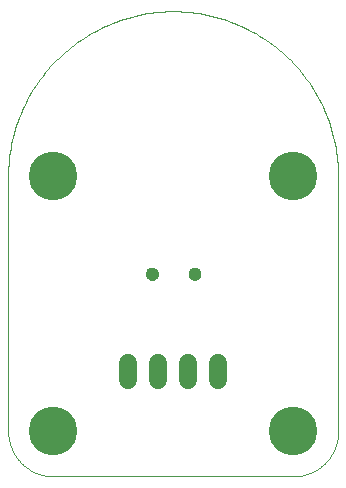
<source format=gbs>
G75*
%MOIN*%
%OFA0B0*%
%FSLAX25Y25*%
%IPPOS*%
%LPD*%
%AMOC8*
5,1,8,0,0,1.08239X$1,22.5*
%
%ADD10C,0.00000*%
%ADD11C,0.04337*%
%ADD12C,0.05943*%
%ADD13C,0.16211*%
D10*
X0019300Y0019006D02*
X0099300Y0019006D01*
X0099662Y0019010D01*
X0100025Y0019024D01*
X0100387Y0019045D01*
X0100748Y0019076D01*
X0101108Y0019115D01*
X0101467Y0019163D01*
X0101825Y0019220D01*
X0102182Y0019285D01*
X0102537Y0019359D01*
X0102890Y0019442D01*
X0103241Y0019533D01*
X0103589Y0019632D01*
X0103935Y0019740D01*
X0104279Y0019856D01*
X0104619Y0019981D01*
X0104956Y0020113D01*
X0105290Y0020254D01*
X0105621Y0020403D01*
X0105948Y0020560D01*
X0106271Y0020724D01*
X0106590Y0020896D01*
X0106904Y0021076D01*
X0107215Y0021264D01*
X0107520Y0021459D01*
X0107821Y0021661D01*
X0108117Y0021871D01*
X0108407Y0022087D01*
X0108693Y0022311D01*
X0108973Y0022541D01*
X0109247Y0022778D01*
X0109515Y0023022D01*
X0109778Y0023272D01*
X0110034Y0023528D01*
X0110284Y0023791D01*
X0110528Y0024059D01*
X0110765Y0024333D01*
X0110995Y0024613D01*
X0111219Y0024899D01*
X0111435Y0025189D01*
X0111645Y0025485D01*
X0111847Y0025786D01*
X0112042Y0026091D01*
X0112230Y0026402D01*
X0112410Y0026716D01*
X0112582Y0027035D01*
X0112746Y0027358D01*
X0112903Y0027685D01*
X0113052Y0028016D01*
X0113193Y0028350D01*
X0113325Y0028687D01*
X0113450Y0029027D01*
X0113566Y0029371D01*
X0113674Y0029717D01*
X0113773Y0030065D01*
X0113864Y0030416D01*
X0113947Y0030769D01*
X0114021Y0031124D01*
X0114086Y0031481D01*
X0114143Y0031839D01*
X0114191Y0032198D01*
X0114230Y0032558D01*
X0114261Y0032919D01*
X0114282Y0033281D01*
X0114296Y0033644D01*
X0114300Y0034006D01*
X0114300Y0119006D01*
X0064418Y0086506D02*
X0064420Y0086594D01*
X0064426Y0086682D01*
X0064436Y0086770D01*
X0064450Y0086858D01*
X0064467Y0086944D01*
X0064489Y0087030D01*
X0064514Y0087114D01*
X0064544Y0087198D01*
X0064576Y0087280D01*
X0064613Y0087360D01*
X0064653Y0087439D01*
X0064697Y0087516D01*
X0064744Y0087591D01*
X0064794Y0087663D01*
X0064848Y0087734D01*
X0064904Y0087801D01*
X0064964Y0087867D01*
X0065026Y0087929D01*
X0065092Y0087989D01*
X0065159Y0088045D01*
X0065230Y0088099D01*
X0065302Y0088149D01*
X0065377Y0088196D01*
X0065454Y0088240D01*
X0065533Y0088280D01*
X0065613Y0088317D01*
X0065695Y0088349D01*
X0065779Y0088379D01*
X0065863Y0088404D01*
X0065949Y0088426D01*
X0066035Y0088443D01*
X0066123Y0088457D01*
X0066211Y0088467D01*
X0066299Y0088473D01*
X0066387Y0088475D01*
X0066475Y0088473D01*
X0066563Y0088467D01*
X0066651Y0088457D01*
X0066739Y0088443D01*
X0066825Y0088426D01*
X0066911Y0088404D01*
X0066995Y0088379D01*
X0067079Y0088349D01*
X0067161Y0088317D01*
X0067241Y0088280D01*
X0067320Y0088240D01*
X0067397Y0088196D01*
X0067472Y0088149D01*
X0067544Y0088099D01*
X0067615Y0088045D01*
X0067682Y0087989D01*
X0067748Y0087929D01*
X0067810Y0087867D01*
X0067870Y0087801D01*
X0067926Y0087734D01*
X0067980Y0087663D01*
X0068030Y0087591D01*
X0068077Y0087516D01*
X0068121Y0087439D01*
X0068161Y0087360D01*
X0068198Y0087280D01*
X0068230Y0087198D01*
X0068260Y0087114D01*
X0068285Y0087030D01*
X0068307Y0086944D01*
X0068324Y0086858D01*
X0068338Y0086770D01*
X0068348Y0086682D01*
X0068354Y0086594D01*
X0068356Y0086506D01*
X0068354Y0086418D01*
X0068348Y0086330D01*
X0068338Y0086242D01*
X0068324Y0086154D01*
X0068307Y0086068D01*
X0068285Y0085982D01*
X0068260Y0085898D01*
X0068230Y0085814D01*
X0068198Y0085732D01*
X0068161Y0085652D01*
X0068121Y0085573D01*
X0068077Y0085496D01*
X0068030Y0085421D01*
X0067980Y0085349D01*
X0067926Y0085278D01*
X0067870Y0085211D01*
X0067810Y0085145D01*
X0067748Y0085083D01*
X0067682Y0085023D01*
X0067615Y0084967D01*
X0067544Y0084913D01*
X0067472Y0084863D01*
X0067397Y0084816D01*
X0067320Y0084772D01*
X0067241Y0084732D01*
X0067161Y0084695D01*
X0067079Y0084663D01*
X0066995Y0084633D01*
X0066911Y0084608D01*
X0066825Y0084586D01*
X0066739Y0084569D01*
X0066651Y0084555D01*
X0066563Y0084545D01*
X0066475Y0084539D01*
X0066387Y0084537D01*
X0066299Y0084539D01*
X0066211Y0084545D01*
X0066123Y0084555D01*
X0066035Y0084569D01*
X0065949Y0084586D01*
X0065863Y0084608D01*
X0065779Y0084633D01*
X0065695Y0084663D01*
X0065613Y0084695D01*
X0065533Y0084732D01*
X0065454Y0084772D01*
X0065377Y0084816D01*
X0065302Y0084863D01*
X0065230Y0084913D01*
X0065159Y0084967D01*
X0065092Y0085023D01*
X0065026Y0085083D01*
X0064964Y0085145D01*
X0064904Y0085211D01*
X0064848Y0085278D01*
X0064794Y0085349D01*
X0064744Y0085421D01*
X0064697Y0085496D01*
X0064653Y0085573D01*
X0064613Y0085652D01*
X0064576Y0085732D01*
X0064544Y0085814D01*
X0064514Y0085898D01*
X0064489Y0085982D01*
X0064467Y0086068D01*
X0064450Y0086154D01*
X0064436Y0086242D01*
X0064426Y0086330D01*
X0064420Y0086418D01*
X0064418Y0086506D01*
X0050244Y0086506D02*
X0050246Y0086594D01*
X0050252Y0086682D01*
X0050262Y0086770D01*
X0050276Y0086858D01*
X0050293Y0086944D01*
X0050315Y0087030D01*
X0050340Y0087114D01*
X0050370Y0087198D01*
X0050402Y0087280D01*
X0050439Y0087360D01*
X0050479Y0087439D01*
X0050523Y0087516D01*
X0050570Y0087591D01*
X0050620Y0087663D01*
X0050674Y0087734D01*
X0050730Y0087801D01*
X0050790Y0087867D01*
X0050852Y0087929D01*
X0050918Y0087989D01*
X0050985Y0088045D01*
X0051056Y0088099D01*
X0051128Y0088149D01*
X0051203Y0088196D01*
X0051280Y0088240D01*
X0051359Y0088280D01*
X0051439Y0088317D01*
X0051521Y0088349D01*
X0051605Y0088379D01*
X0051689Y0088404D01*
X0051775Y0088426D01*
X0051861Y0088443D01*
X0051949Y0088457D01*
X0052037Y0088467D01*
X0052125Y0088473D01*
X0052213Y0088475D01*
X0052301Y0088473D01*
X0052389Y0088467D01*
X0052477Y0088457D01*
X0052565Y0088443D01*
X0052651Y0088426D01*
X0052737Y0088404D01*
X0052821Y0088379D01*
X0052905Y0088349D01*
X0052987Y0088317D01*
X0053067Y0088280D01*
X0053146Y0088240D01*
X0053223Y0088196D01*
X0053298Y0088149D01*
X0053370Y0088099D01*
X0053441Y0088045D01*
X0053508Y0087989D01*
X0053574Y0087929D01*
X0053636Y0087867D01*
X0053696Y0087801D01*
X0053752Y0087734D01*
X0053806Y0087663D01*
X0053856Y0087591D01*
X0053903Y0087516D01*
X0053947Y0087439D01*
X0053987Y0087360D01*
X0054024Y0087280D01*
X0054056Y0087198D01*
X0054086Y0087114D01*
X0054111Y0087030D01*
X0054133Y0086944D01*
X0054150Y0086858D01*
X0054164Y0086770D01*
X0054174Y0086682D01*
X0054180Y0086594D01*
X0054182Y0086506D01*
X0054180Y0086418D01*
X0054174Y0086330D01*
X0054164Y0086242D01*
X0054150Y0086154D01*
X0054133Y0086068D01*
X0054111Y0085982D01*
X0054086Y0085898D01*
X0054056Y0085814D01*
X0054024Y0085732D01*
X0053987Y0085652D01*
X0053947Y0085573D01*
X0053903Y0085496D01*
X0053856Y0085421D01*
X0053806Y0085349D01*
X0053752Y0085278D01*
X0053696Y0085211D01*
X0053636Y0085145D01*
X0053574Y0085083D01*
X0053508Y0085023D01*
X0053441Y0084967D01*
X0053370Y0084913D01*
X0053298Y0084863D01*
X0053223Y0084816D01*
X0053146Y0084772D01*
X0053067Y0084732D01*
X0052987Y0084695D01*
X0052905Y0084663D01*
X0052821Y0084633D01*
X0052737Y0084608D01*
X0052651Y0084586D01*
X0052565Y0084569D01*
X0052477Y0084555D01*
X0052389Y0084545D01*
X0052301Y0084539D01*
X0052213Y0084537D01*
X0052125Y0084539D01*
X0052037Y0084545D01*
X0051949Y0084555D01*
X0051861Y0084569D01*
X0051775Y0084586D01*
X0051689Y0084608D01*
X0051605Y0084633D01*
X0051521Y0084663D01*
X0051439Y0084695D01*
X0051359Y0084732D01*
X0051280Y0084772D01*
X0051203Y0084816D01*
X0051128Y0084863D01*
X0051056Y0084913D01*
X0050985Y0084967D01*
X0050918Y0085023D01*
X0050852Y0085083D01*
X0050790Y0085145D01*
X0050730Y0085211D01*
X0050674Y0085278D01*
X0050620Y0085349D01*
X0050570Y0085421D01*
X0050523Y0085496D01*
X0050479Y0085573D01*
X0050439Y0085652D01*
X0050402Y0085732D01*
X0050370Y0085814D01*
X0050340Y0085898D01*
X0050315Y0085982D01*
X0050293Y0086068D01*
X0050276Y0086154D01*
X0050262Y0086242D01*
X0050252Y0086330D01*
X0050246Y0086418D01*
X0050244Y0086506D01*
X0004300Y0119006D02*
X0004316Y0120345D01*
X0004365Y0121684D01*
X0004447Y0123021D01*
X0004561Y0124355D01*
X0004707Y0125687D01*
X0004886Y0127014D01*
X0005097Y0128337D01*
X0005341Y0129654D01*
X0005616Y0130965D01*
X0005923Y0132268D01*
X0006262Y0133564D01*
X0006632Y0134851D01*
X0007033Y0136129D01*
X0007466Y0137397D01*
X0007929Y0138654D01*
X0008423Y0139899D01*
X0008947Y0141132D01*
X0009500Y0142351D01*
X0010084Y0143557D01*
X0010696Y0144748D01*
X0011337Y0145924D01*
X0012007Y0147084D01*
X0012705Y0148227D01*
X0013430Y0149353D01*
X0014183Y0150461D01*
X0014962Y0151551D01*
X0015768Y0152621D01*
X0016599Y0153671D01*
X0017456Y0154700D01*
X0018338Y0155709D01*
X0019243Y0156695D01*
X0020173Y0157659D01*
X0021126Y0158601D01*
X0022101Y0159519D01*
X0023099Y0160412D01*
X0024118Y0161282D01*
X0025158Y0162126D01*
X0026218Y0162944D01*
X0027298Y0163737D01*
X0028396Y0164503D01*
X0029514Y0165242D01*
X0030648Y0165954D01*
X0031800Y0166637D01*
X0032968Y0167293D01*
X0034152Y0167920D01*
X0035350Y0168518D01*
X0036563Y0169086D01*
X0037789Y0169625D01*
X0039028Y0170134D01*
X0040279Y0170612D01*
X0041542Y0171060D01*
X0042814Y0171477D01*
X0044097Y0171863D01*
X0045389Y0172218D01*
X0046689Y0172541D01*
X0047996Y0172832D01*
X0049310Y0173091D01*
X0050630Y0173318D01*
X0051955Y0173513D01*
X0053285Y0173676D01*
X0054618Y0173806D01*
X0055953Y0173904D01*
X0057291Y0173969D01*
X0058630Y0174002D01*
X0059970Y0174002D01*
X0061309Y0173969D01*
X0062647Y0173904D01*
X0063982Y0173806D01*
X0065315Y0173676D01*
X0066645Y0173513D01*
X0067970Y0173318D01*
X0069290Y0173091D01*
X0070604Y0172832D01*
X0071911Y0172541D01*
X0073211Y0172218D01*
X0074503Y0171863D01*
X0075786Y0171477D01*
X0077058Y0171060D01*
X0078321Y0170612D01*
X0079572Y0170134D01*
X0080811Y0169625D01*
X0082037Y0169086D01*
X0083250Y0168518D01*
X0084448Y0167920D01*
X0085632Y0167293D01*
X0086800Y0166637D01*
X0087952Y0165954D01*
X0089086Y0165242D01*
X0090204Y0164503D01*
X0091302Y0163737D01*
X0092382Y0162944D01*
X0093442Y0162126D01*
X0094482Y0161282D01*
X0095501Y0160412D01*
X0096499Y0159519D01*
X0097474Y0158601D01*
X0098427Y0157659D01*
X0099357Y0156695D01*
X0100262Y0155709D01*
X0101144Y0154700D01*
X0102001Y0153671D01*
X0102832Y0152621D01*
X0103638Y0151551D01*
X0104417Y0150461D01*
X0105170Y0149353D01*
X0105895Y0148227D01*
X0106593Y0147084D01*
X0107263Y0145924D01*
X0107904Y0144748D01*
X0108516Y0143557D01*
X0109100Y0142351D01*
X0109653Y0141132D01*
X0110177Y0139899D01*
X0110671Y0138654D01*
X0111134Y0137397D01*
X0111567Y0136129D01*
X0111968Y0134851D01*
X0112338Y0133564D01*
X0112677Y0132268D01*
X0112984Y0130965D01*
X0113259Y0129654D01*
X0113503Y0128337D01*
X0113714Y0127014D01*
X0113893Y0125687D01*
X0114039Y0124355D01*
X0114153Y0123021D01*
X0114235Y0121684D01*
X0114284Y0120345D01*
X0114300Y0119006D01*
X0019300Y0019006D02*
X0018938Y0019010D01*
X0018575Y0019024D01*
X0018213Y0019045D01*
X0017852Y0019076D01*
X0017492Y0019115D01*
X0017133Y0019163D01*
X0016775Y0019220D01*
X0016418Y0019285D01*
X0016063Y0019359D01*
X0015710Y0019442D01*
X0015359Y0019533D01*
X0015011Y0019632D01*
X0014665Y0019740D01*
X0014321Y0019856D01*
X0013981Y0019981D01*
X0013644Y0020113D01*
X0013310Y0020254D01*
X0012979Y0020403D01*
X0012652Y0020560D01*
X0012329Y0020724D01*
X0012010Y0020896D01*
X0011696Y0021076D01*
X0011385Y0021264D01*
X0011080Y0021459D01*
X0010779Y0021661D01*
X0010483Y0021871D01*
X0010193Y0022087D01*
X0009907Y0022311D01*
X0009627Y0022541D01*
X0009353Y0022778D01*
X0009085Y0023022D01*
X0008822Y0023272D01*
X0008566Y0023528D01*
X0008316Y0023791D01*
X0008072Y0024059D01*
X0007835Y0024333D01*
X0007605Y0024613D01*
X0007381Y0024899D01*
X0007165Y0025189D01*
X0006955Y0025485D01*
X0006753Y0025786D01*
X0006558Y0026091D01*
X0006370Y0026402D01*
X0006190Y0026716D01*
X0006018Y0027035D01*
X0005854Y0027358D01*
X0005697Y0027685D01*
X0005548Y0028016D01*
X0005407Y0028350D01*
X0005275Y0028687D01*
X0005150Y0029027D01*
X0005034Y0029371D01*
X0004926Y0029717D01*
X0004827Y0030065D01*
X0004736Y0030416D01*
X0004653Y0030769D01*
X0004579Y0031124D01*
X0004514Y0031481D01*
X0004457Y0031839D01*
X0004409Y0032198D01*
X0004370Y0032558D01*
X0004339Y0032919D01*
X0004318Y0033281D01*
X0004304Y0033644D01*
X0004300Y0034006D01*
X0004300Y0119006D01*
D11*
X0052213Y0086506D03*
X0066387Y0086506D03*
D12*
X0064300Y0056778D02*
X0064300Y0051234D01*
X0074300Y0051234D02*
X0074300Y0056778D01*
X0054300Y0056778D02*
X0054300Y0051234D01*
X0044300Y0051234D02*
X0044300Y0056778D01*
D13*
X0019300Y0034006D03*
X0019300Y0119006D03*
X0099300Y0119006D03*
X0099300Y0034006D03*
M02*

</source>
